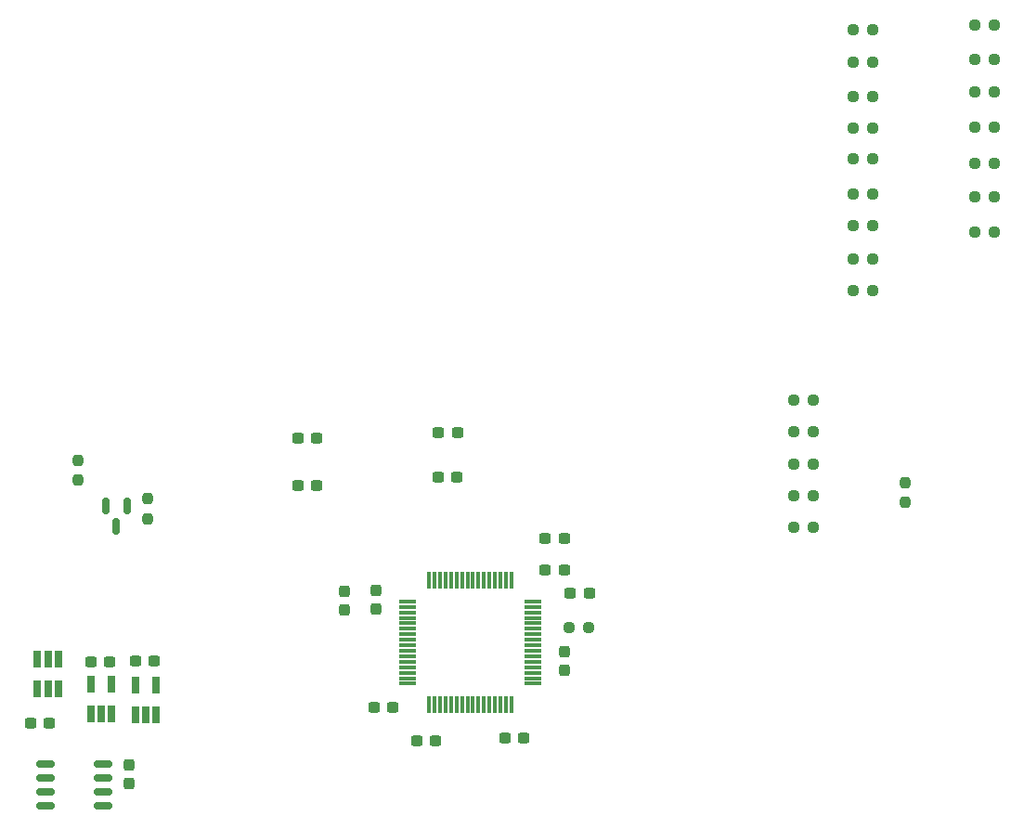
<source format=gbr>
%TF.GenerationSoftware,KiCad,Pcbnew,7.0.6*%
%TF.CreationDate,2024-04-20T19:15:45+09:00*%
%TF.ProjectId,balloon,62616c6c-6f6f-46e2-9e6b-696361645f70,rev?*%
%TF.SameCoordinates,Original*%
%TF.FileFunction,Paste,Bot*%
%TF.FilePolarity,Positive*%
%FSLAX46Y46*%
G04 Gerber Fmt 4.6, Leading zero omitted, Abs format (unit mm)*
G04 Created by KiCad (PCBNEW 7.0.6) date 2024-04-20 19:15:45*
%MOMM*%
%LPD*%
G01*
G04 APERTURE LIST*
G04 Aperture macros list*
%AMRoundRect*
0 Rectangle with rounded corners*
0 $1 Rounding radius*
0 $2 $3 $4 $5 $6 $7 $8 $9 X,Y pos of 4 corners*
0 Add a 4 corners polygon primitive as box body*
4,1,4,$2,$3,$4,$5,$6,$7,$8,$9,$2,$3,0*
0 Add four circle primitives for the rounded corners*
1,1,$1+$1,$2,$3*
1,1,$1+$1,$4,$5*
1,1,$1+$1,$6,$7*
1,1,$1+$1,$8,$9*
0 Add four rect primitives between the rounded corners*
20,1,$1+$1,$2,$3,$4,$5,0*
20,1,$1+$1,$4,$5,$6,$7,0*
20,1,$1+$1,$6,$7,$8,$9,0*
20,1,$1+$1,$8,$9,$2,$3,0*%
G04 Aperture macros list end*
%ADD10RoundRect,0.237500X0.250000X0.237500X-0.250000X0.237500X-0.250000X-0.237500X0.250000X-0.237500X0*%
%ADD11RoundRect,0.237500X0.237500X-0.300000X0.237500X0.300000X-0.237500X0.300000X-0.237500X-0.300000X0*%
%ADD12RoundRect,0.237500X0.300000X0.237500X-0.300000X0.237500X-0.300000X-0.237500X0.300000X-0.237500X0*%
%ADD13RoundRect,0.150000X-0.675000X-0.150000X0.675000X-0.150000X0.675000X0.150000X-0.675000X0.150000X0*%
%ADD14RoundRect,0.237500X-0.237500X0.300000X-0.237500X-0.300000X0.237500X-0.300000X0.237500X0.300000X0*%
%ADD15R,0.650000X1.560000*%
%ADD16RoundRect,0.237500X-0.250000X-0.237500X0.250000X-0.237500X0.250000X0.237500X-0.250000X0.237500X0*%
%ADD17RoundRect,0.237500X-0.300000X-0.237500X0.300000X-0.237500X0.300000X0.237500X-0.300000X0.237500X0*%
%ADD18RoundRect,0.237500X0.237500X-0.250000X0.237500X0.250000X-0.237500X0.250000X-0.237500X-0.250000X0*%
%ADD19RoundRect,0.237500X-0.237500X0.250000X-0.237500X-0.250000X0.237500X-0.250000X0.237500X0.250000X0*%
%ADD20RoundRect,0.075000X0.700000X0.075000X-0.700000X0.075000X-0.700000X-0.075000X0.700000X-0.075000X0*%
%ADD21RoundRect,0.075000X0.075000X0.700000X-0.075000X0.700000X-0.075000X-0.700000X0.075000X-0.700000X0*%
%ADD22RoundRect,0.150000X-0.150000X0.587500X-0.150000X-0.587500X0.150000X-0.587500X0.150000X0.587500X0*%
G04 APERTURE END LIST*
D10*
%TO.C,R7*%
X117700000Y-70080000D03*
X115875000Y-70080000D03*
%TD*%
D11*
%TO.C,C1*%
X38800000Y-123562500D03*
X38800000Y-121837500D03*
%TD*%
D12*
%TO.C,C16*%
X37003400Y-112482500D03*
X35278400Y-112482500D03*
%TD*%
%TO.C,C6*%
X55903400Y-96382500D03*
X54178400Y-96382500D03*
%TD*%
D13*
%TO.C,U1*%
X31175000Y-125605000D03*
X31175000Y-124335000D03*
X31175000Y-123065000D03*
X31175000Y-121795000D03*
X36425000Y-121795000D03*
X36425000Y-123065000D03*
X36425000Y-124335000D03*
X36425000Y-125605000D03*
%TD*%
D10*
%TO.C,R8*%
X117700000Y-66980000D03*
X115875000Y-66980000D03*
%TD*%
D14*
%TO.C,C14*%
X58400000Y-106037500D03*
X58400000Y-107762500D03*
%TD*%
D15*
%TO.C,U10*%
X41240900Y-117282500D03*
X40290900Y-117282500D03*
X39340900Y-117282500D03*
X39340900Y-114582500D03*
X41240900Y-114582500D03*
%TD*%
D16*
%TO.C,R11*%
X104787500Y-75680000D03*
X106612500Y-75680000D03*
%TD*%
D17*
%TO.C,C8*%
X66943400Y-95657500D03*
X68668400Y-95657500D03*
%TD*%
D16*
%TO.C,R10*%
X104787500Y-78580000D03*
X106612500Y-78580000D03*
%TD*%
%TO.C,R12*%
X104787500Y-72680000D03*
X106612500Y-72680000D03*
%TD*%
D18*
%TO.C,R29*%
X40440900Y-99395000D03*
X40440900Y-97570000D03*
%TD*%
D15*
%TO.C,U8*%
X30440900Y-112182500D03*
X31390900Y-112182500D03*
X32340900Y-112182500D03*
X32340900Y-114882500D03*
X31390900Y-114882500D03*
X30440900Y-114882500D03*
%TD*%
D16*
%TO.C,R13*%
X104787500Y-69780000D03*
X106612500Y-69780000D03*
%TD*%
D10*
%TO.C,R26*%
X101212500Y-97300000D03*
X99387500Y-97300000D03*
%TD*%
%TO.C,R27*%
X101212500Y-100200000D03*
X99387500Y-100200000D03*
%TD*%
D19*
%TO.C,R22*%
X109600000Y-96087500D03*
X109600000Y-97912500D03*
%TD*%
D16*
%TO.C,R21*%
X104787500Y-63780000D03*
X106612500Y-63780000D03*
%TD*%
D17*
%TO.C,C5*%
X54178400Y-92082500D03*
X55903400Y-92082500D03*
%TD*%
D14*
%TO.C,C4*%
X61300000Y-105937500D03*
X61300000Y-107662500D03*
%TD*%
D19*
%TO.C,R30*%
X34140900Y-94070000D03*
X34140900Y-95895000D03*
%TD*%
D10*
%TO.C,R17*%
X117700000Y-57480000D03*
X115875000Y-57480000D03*
%TD*%
D15*
%TO.C,U9*%
X37190900Y-117232500D03*
X36240900Y-117232500D03*
X35290900Y-117232500D03*
X35290900Y-114532500D03*
X37190900Y-114532500D03*
%TD*%
D20*
%TO.C,U5*%
X75575000Y-106950000D03*
X75575000Y-107450000D03*
X75575000Y-107950000D03*
X75575000Y-108450000D03*
X75575000Y-108950000D03*
X75575000Y-109450000D03*
X75575000Y-109950000D03*
X75575000Y-110450000D03*
X75575000Y-110950000D03*
X75575000Y-111450000D03*
X75575000Y-111950000D03*
X75575000Y-112450000D03*
X75575000Y-112950000D03*
X75575000Y-113450000D03*
X75575000Y-113950000D03*
X75575000Y-114450000D03*
D21*
X73650000Y-116375000D03*
X73150000Y-116375000D03*
X72650000Y-116375000D03*
X72150000Y-116375000D03*
X71650000Y-116375000D03*
X71150000Y-116375000D03*
X70650000Y-116375000D03*
X70150000Y-116375000D03*
X69650000Y-116375000D03*
X69150000Y-116375000D03*
X68650000Y-116375000D03*
X68150000Y-116375000D03*
X67650000Y-116375000D03*
X67150000Y-116375000D03*
X66650000Y-116375000D03*
X66150000Y-116375000D03*
D20*
X64225000Y-114450000D03*
X64225000Y-113950000D03*
X64225000Y-113450000D03*
X64225000Y-112950000D03*
X64225000Y-112450000D03*
X64225000Y-111950000D03*
X64225000Y-111450000D03*
X64225000Y-110950000D03*
X64225000Y-110450000D03*
X64225000Y-109950000D03*
X64225000Y-109450000D03*
X64225000Y-108950000D03*
X64225000Y-108450000D03*
X64225000Y-107950000D03*
X64225000Y-107450000D03*
X64225000Y-106950000D03*
D21*
X66150000Y-105025000D03*
X66650000Y-105025000D03*
X67150000Y-105025000D03*
X67650000Y-105025000D03*
X68150000Y-105025000D03*
X68650000Y-105025000D03*
X69150000Y-105025000D03*
X69650000Y-105025000D03*
X70150000Y-105025000D03*
X70650000Y-105025000D03*
X71150000Y-105025000D03*
X71650000Y-105025000D03*
X72150000Y-105025000D03*
X72650000Y-105025000D03*
X73150000Y-105025000D03*
X73650000Y-105025000D03*
%TD*%
D16*
%TO.C,R20*%
X104787500Y-60880000D03*
X106612500Y-60880000D03*
%TD*%
D12*
%TO.C,C19*%
X31503400Y-118082500D03*
X29778400Y-118082500D03*
%TD*%
D22*
%TO.C,Q3*%
X36690900Y-98207500D03*
X38590900Y-98207500D03*
X37640900Y-100082500D03*
%TD*%
D12*
%TO.C,C7*%
X68730900Y-91557500D03*
X67005900Y-91557500D03*
%TD*%
D17*
%TO.C,C17*%
X76737500Y-101200000D03*
X78462500Y-101200000D03*
%TD*%
%TO.C,C9*%
X65037500Y-119700000D03*
X66762500Y-119700000D03*
%TD*%
D12*
%TO.C,C15*%
X41103400Y-112382500D03*
X39378400Y-112382500D03*
%TD*%
D17*
%TO.C,C12*%
X73037500Y-119400000D03*
X74762500Y-119400000D03*
%TD*%
D10*
%TO.C,R9*%
X117700000Y-60480000D03*
X115875000Y-60480000D03*
%TD*%
%TO.C,R23*%
X101212500Y-88600000D03*
X99387500Y-88600000D03*
%TD*%
D17*
%TO.C,C13*%
X79037500Y-106200000D03*
X80762500Y-106200000D03*
%TD*%
D11*
%TO.C,C3*%
X78500000Y-113262500D03*
X78500000Y-111537500D03*
%TD*%
D12*
%TO.C,C11*%
X62862500Y-116600000D03*
X61137500Y-116600000D03*
%TD*%
D17*
%TO.C,C10*%
X76737500Y-104100000D03*
X78462500Y-104100000D03*
%TD*%
D16*
%TO.C,R18*%
X104787500Y-54780000D03*
X106612500Y-54780000D03*
%TD*%
D10*
%TO.C,R5*%
X80712500Y-109300000D03*
X78887500Y-109300000D03*
%TD*%
%TO.C,R6*%
X117700000Y-73280000D03*
X115875000Y-73280000D03*
%TD*%
D16*
%TO.C,R14*%
X115875000Y-63680000D03*
X117700000Y-63680000D03*
%TD*%
D10*
%TO.C,R24*%
X101212500Y-91500000D03*
X99387500Y-91500000D03*
%TD*%
%TO.C,R25*%
X101212500Y-94400000D03*
X99387500Y-94400000D03*
%TD*%
%TO.C,R16*%
X117700000Y-54380000D03*
X115875000Y-54380000D03*
%TD*%
D16*
%TO.C,R15*%
X104787500Y-66580000D03*
X106612500Y-66580000D03*
%TD*%
%TO.C,R19*%
X104787500Y-57780000D03*
X106612500Y-57780000D03*
%TD*%
M02*

</source>
